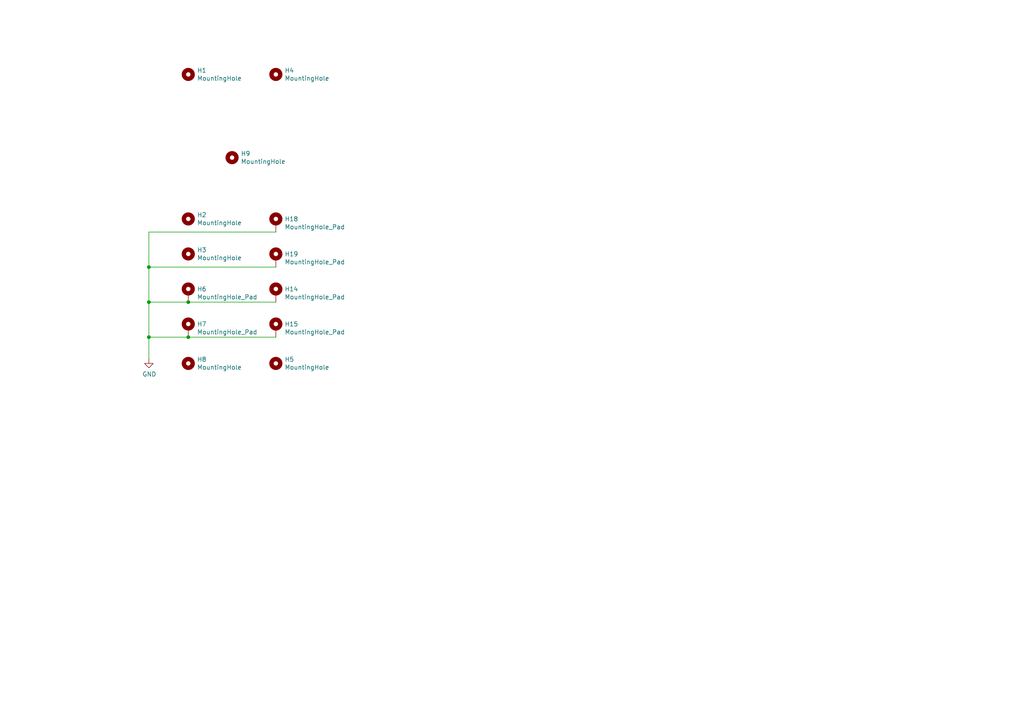
<source format=kicad_sch>
(kicad_sch (version 20211123) (generator eeschema)
  (paper "A4")
  (lib_symbols
    (symbol "Mechanical:MountingHole" (pin_names (offset 1.016))
      (property "Reference" "H" (at 0 5.08 0))
      (property "Value" "MountingHole" (at 0 3.175 0))
      (symbol "MountingHole_0_1"
        (circle (center 0 0) (radius 1.27) (stroke (width 1.27)))
      )
    )
    (symbol "Mechanical:MountingHole_Pad" (pin_numbers hide) (pin_names (offset 1.016) hide)
      (property "Reference" "H" (at 0 6.35 0))
      (property "Value" "MountingHole_Pad" (at 0 4.445 0))
      (symbol "MountingHole_Pad_0_1"
        (circle (center 0 1.27) (radius 1.27) (stroke (width 1.27)))
      )
      (symbol "MountingHole_Pad_1_1"
        (pin input line (at 0 -2.54 90) (length 2.54) (name "1") (number "1"))
      )
    )
    (symbol "power:GND" (power) (pin_names (offset 0))
      (property "Value" "GND" (at 0 -3.81 0))
      (symbol "GND_0_1"
        (polyline (pts (xy 0 0) (xy 0 -1.27) (xy 1.27 -1.27) (xy 0 -2.54) (xy -1.27 -1.27) (xy 0 -1.27)))
      )
      (symbol "GND_1_1"
        (pin power_in line (at 0 0 270) (length 0) hide (name "GND") (number "1"))
      )
    )
  )
  (junction (at 43.18 87.63))
  (junction (at 54.61 97.79))
  (junction (at 43.18 77.47))
  (junction (at 43.18 97.79))
  (junction (at 54.61 87.63))
  (wire (pts (xy 54.61 97.79) (xy 43.18 97.79)))
  (wire (pts (xy 43.18 67.31) (xy 80.01 67.31)))
  (wire (pts (xy 43.18 67.31) (xy 43.18 77.47)))
  (wire (pts (xy 80.01 97.79) (xy 54.61 97.79)))
  (wire (pts (xy 80.01 87.63) (xy 54.61 87.63)))
  (wire (pts (xy 43.18 77.47) (xy 43.18 87.63)))
  (wire (pts (xy 43.18 77.47) (xy 80.01 77.47)))
  (wire (pts (xy 43.18 104.14) (xy 43.18 97.79)))
  (wire (pts (xy 43.18 97.79) (xy 43.18 87.63)))
  (wire (pts (xy 54.61 87.63) (xy 43.18 87.63)))
  (symbol (lib_id "Mechanical:MountingHole_Pad") (at 54.61 85.09 0) (unit 1)
    (property "Reference" "H6" (at 57.15 83.8454 0) (effects (justify left)))
    (property "Value" "MountingHole_Pad" (at 57.15 86.1568 0) (effects (justify left)))
    (property "Footprint" "footprints:Mount_Hole_Thonk" (effects hide))
  )
  (symbol (lib_id "Mechanical:MountingHole_Pad") (at 54.61 95.25 0) (unit 1)
    (property "Reference" "H7" (at 57.15 94.0054 0) (effects (justify left)))
    (property "Value" "MountingHole_Pad" (at 57.15 96.3168 0) (effects (justify left)))
    (property "Footprint" "footprints:Mount_Hole_Thonk" (effects hide))
  )
  (symbol (lib_id "Mechanical:MountingHole_Pad") (at 80.01 85.09 0) (unit 1)
    (property "Reference" "H14" (at 82.55 83.8454 0) (effects (justify left)))
    (property "Value" "MountingHole_Pad" (at 82.55 86.1568 0) (effects (justify left)))
    (property "Footprint" "footprints:Mount_Hole_Thonk" (effects hide))
  )
  (symbol (lib_id "Mechanical:MountingHole_Pad") (at 80.01 95.25 0) (unit 1)
    (property "Reference" "H15" (at 82.55 94.0054 0) (effects (justify left)))
    (property "Value" "MountingHole_Pad" (at 82.55 96.3168 0) (effects (justify left)))
    (property "Footprint" "footprints:Mount_Hole_Thonk" (effects hide))
  )
  (symbol (lib_id "Mechanical:MountingHole_Pad") (at 80.01 64.77 0) (unit 1)
    (property "Reference" "H18" (at 82.55 63.5254 0) (effects (justify left)))
    (property "Value" "MountingHole_Pad" (at 82.55 65.8368 0) (effects (justify left)))
    (property "Footprint" "footprints:Mount_Hole_Thonk" (effects hide))
  )
  (symbol (lib_id "Mechanical:MountingHole_Pad") (at 80.01 74.93 0) (unit 1)
    (property "Reference" "H19" (at 82.55 73.6854 0) (effects (justify left)))
    (property "Value" "MountingHole_Pad" (at 82.55 75.9968 0) (effects (justify left)))
    (property "Footprint" "footprints:Mount_Hole_Thonk" (effects hide))
  )
  (symbol (lib_id "power:GND") (at 43.18 104.14 0) (unit 1)
    (property "Reference" "#PWR0101" (effects hide))
    (property "Value" "GND" (at 43.307 108.5342 0))
  )
  (symbol (lib_id "Mechanical:MountingHole") (at 54.61 105.41 0) (unit 1)
    (property "Reference" "H8" (at 57.15 104.2416 0) (effects (justify left)))
    (property "Value" "MountingHole" (at 57.15 106.553 0) (effects (justify left)))
    (property "Footprint" "footprints:Mount_Hole_Euro_Rack" (effects hide))
  )
  (symbol (lib_id "Mechanical:MountingHole") (at 54.61 21.59 0) (unit 1)
    (property "Reference" "H1" (at 57.15 20.4216 0) (effects (justify left)))
    (property "Value" "MountingHole" (at 57.15 22.733 0) (effects (justify left)))
    (property "Footprint" "footprints:Mount_Hole_Euro_Rack" (effects hide))
  )
  (symbol (lib_id "Mechanical:MountingHole") (at 80.01 21.59 0) (unit 1)
    (property "Reference" "H4" (at 82.55 20.4216 0) (effects (justify left)))
    (property "Value" "MountingHole" (at 82.55 22.733 0) (effects (justify left)))
    (property "Footprint" "footprints:Mount_Hole_Euro_Rack" (effects hide))
  )
  (symbol (lib_id "Mechanical:MountingHole") (at 80.01 105.41 0) (unit 1)
    (property "Reference" "H5" (at 82.55 104.2416 0) (effects (justify left)))
    (property "Value" "MountingHole" (at 82.55 106.553 0) (effects (justify left)))
    (property "Footprint" "footprints:Mount_Hole_Euro_Rack" (effects hide))
  )
  (symbol (lib_id "Mechanical:MountingHole") (at 67.31 45.72 0) (unit 1)
    (property "Reference" "H9" (at 69.85 44.5516 0) (effects (justify left)))
    (property "Value" "MountingHole" (at 69.85 46.863 0) (effects (justify left)))
    (property "Footprint" "footprints:Mount_Hole_TL1105" (effects hide))
  )
  (symbol (lib_id "Mechanical:MountingHole") (at 54.61 63.5 0) (unit 1)
    (property "Reference" "H2" (at 57.15 62.3316 0) (effects (justify left)))
    (property "Value" "MountingHole" (at 57.15 64.643 0) (effects (justify left)))
    (property "Footprint" "footprints:Mount_Hole_Song_Huei" (effects hide))
  )
  (symbol (lib_id "Mechanical:MountingHole") (at 54.61 73.66 0) (unit 1)
    (property "Reference" "H3" (at 57.15 72.4916 0) (effects (justify left)))
    (property "Value" "MountingHole" (at 57.15 74.803 0) (effects (justify left)))
    (property "Footprint" "footprints:Mount_Hole_Song_Huei" (effects hide))
  )
)
</source>
